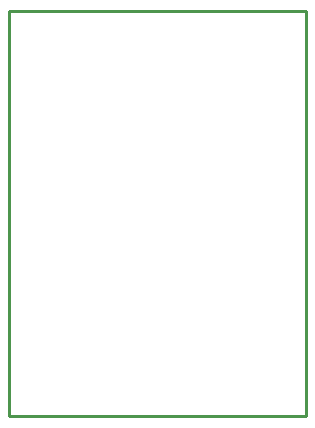
<source format=gko>
G04 EAGLE Gerber X2 export*
%TF.Part,Single*%
%TF.FileFunction,Profile,NP*%
%TF.FilePolarity,Positive*%
%TF.GenerationSoftware,Autodesk,EAGLE,9.0.0*%
%TF.CreationDate,2018-06-07T14:32:50Z*%
G75*
%MOMM*%
%FSLAX34Y34*%
%LPD*%
%AMOC8*
5,1,8,0,0,1.08239X$1,22.5*%
G01*
%ADD10C,0.254000*%


D10*
X0Y0D02*
X251460Y0D01*
X251460Y342900D01*
X0Y342900D01*
X0Y0D01*
M02*

</source>
